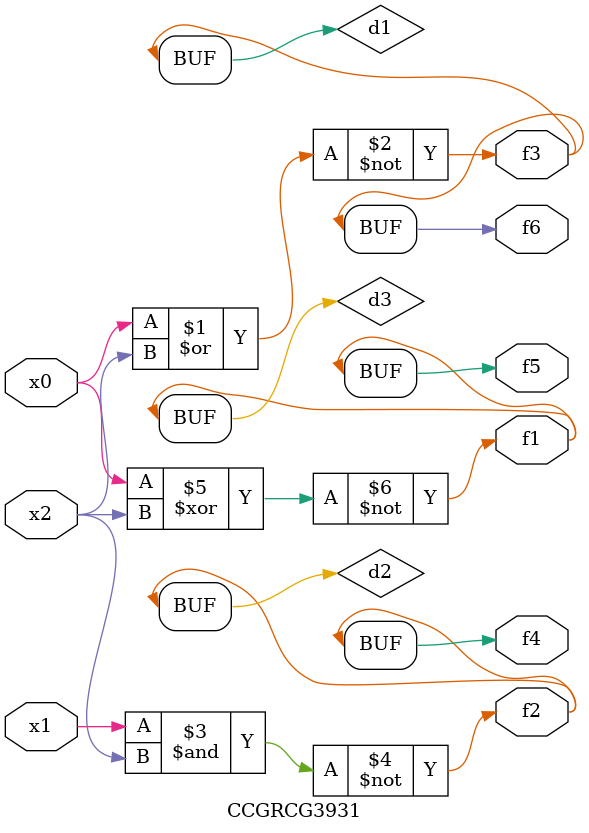
<source format=v>
module CCGRCG3931(
	input x0, x1, x2,
	output f1, f2, f3, f4, f5, f6
);

	wire d1, d2, d3;

	nor (d1, x0, x2);
	nand (d2, x1, x2);
	xnor (d3, x0, x2);
	assign f1 = d3;
	assign f2 = d2;
	assign f3 = d1;
	assign f4 = d2;
	assign f5 = d3;
	assign f6 = d1;
endmodule

</source>
